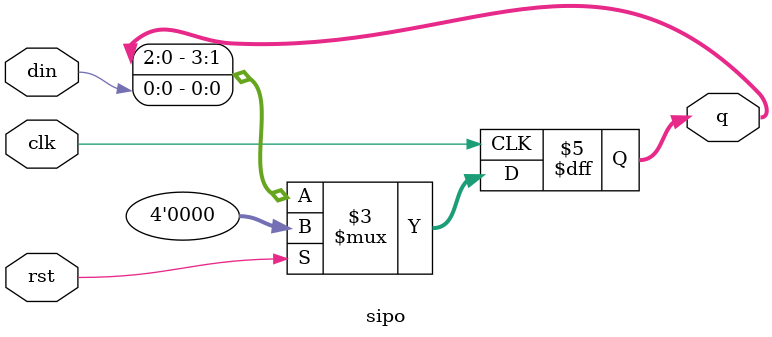
<source format=v>
`timescale 1ns / 1ps


module sipo(
    input clk,rst,din,
    output reg [3:0]q
    );
 
    
    always @(posedge clk)
    begin
    if(rst)
        q<=1'b0;
    else 
     /*   q[0]<=din;
        q[1]<=q[0];
        q[2]<=q[1];
        q[3]<=q[2];*/
        
        q<={q[3:0],din};
    end
endmodule

</source>
